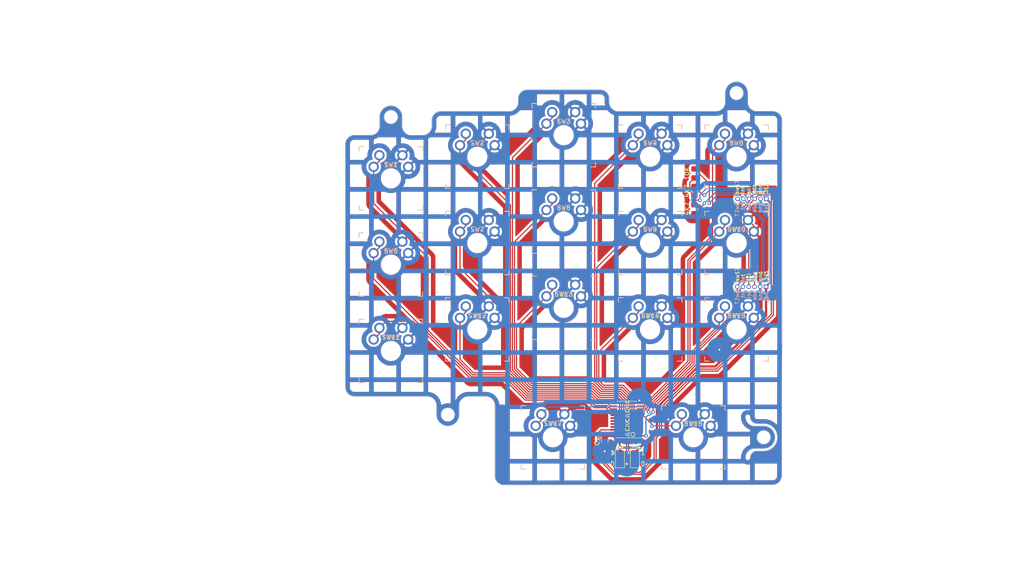
<source format=kicad_pcb>
(kicad_pcb (version 20221018) (generator pcbnew)
  (layers (0 "F.Cu" signal) (31 "B.Cu" signal) (34 "B.Paste" user) (35 "F.Paste" user) (36 "B.SilkS" user "B.Silkscreen") (37 "F.SilkS" user "F.Silkscreen") (38 "B.Mask" user) (39 "F.Mask" user) (44 "Edge.Cuts" user))
  (net 0 "")
  (net 1 "+3V3")
  (net 2 "GND")
  (net 3 "SDA")
  (net 4 "SCL")
  (net 5 "INT")
  (net 6 "SW17")
  (net 7 "ADDR0")
  (net 8 "ADDR1")
  (net 9 "SW1")
  (net 10 "SW2")
  (net 11 "SW3")
  (net 12 "SW4")
  (net 13 "SW5")
  (net 14 "SW6")
  (net 15 "SW7")
  (net 16 "SW8")
  (net 17 "SW9")
  (net 18 "SW10")
  (net 19 "SW11")
  (net 20 "SW12")
  (net 21 "SW13")
  (net 22 "SW14")
  (net 23 "SW15")
  (net 24 "SW16")
  (footprint "Resistor_SMD:R_0805_2012Metric_Pad1.20x1.40mm_HandSolder" (layer "F.Cu") (at 183.2 74.2 90)
    (fp_text reference "R2" hide)
    (fp_text value "4K7")
  )
  (footprint "keyswitches:SW_MX_reversible_minimal" (layer "F.Cu") (at 152.0088 124.5275)
    (fp_text reference "SW17")
    (fp_text value "SW_SPST")
  )
  (footprint "keyswitches:SW_MX_reversible_minimal" (layer "F.Cu") (at 192.49 100.715)
    (fp_text reference "SW15")
    (fp_text value "SW_SPST")
  )
  (footprint "keyswitches:SW_MX_reversible_minimal" (layer "F.Cu") (at 116.29 67.3775)
    (fp_text reference "SW1")
    (fp_text value "SW_SPST")
  )
  (footprint "Jumper:SolderJumper-3_P1.3mm_Open_Pad1.0x1.5mm" (layer "F.Cu") (at 166.79 129.2 -90)
    (fp_text reference "JP1" hide)
    (fp_text value "Jumper_3_Open" hide)
  )
  (footprint "keyswitches:SW_MX_reversible_minimal" (layer "F.Cu") (at 135.34 81.665)
    (fp_text reference "SW7")
    (fp_text value "SW_SPST")
  )
  (footprint "Package_SO:TSSOP-24_4.4x7.8mm_P0.65mm" (layer "F.Cu") (at 168.29 120.615 180)
    (fp_text reference "U1" hide)
    (fp_text value "TCA9555PWR")
  )
  (footprint "Resistor_SMD:R_0805_2012Metric_Pad1.20x1.40mm_HandSolder" (layer "F.Cu") (at 183.22 66.3 -90)
    (fp_text reference "R3" hide)
    (fp_text value "10K")
  )
  (footprint "keyswitches:SW_MX_reversible_minimal" (layer "F.Cu") (at 173.44 62.615)
    (fp_text reference "SW4")
    (fp_text value "SW_SPST")
  )
  (footprint "keyswitches:SW_MX_reversible_minimal" (layer "F.Cu") (at 135.34 100.715)
    (fp_text reference "SW12")
    (fp_text value "SW_SPST")
  )
  (footprint "Connector_PinHeader_1.27mm:PinHeader_1x06_P1.27mm_Vertical" (layer "F.Cu") (at 199 91.3 -90)
    (fp_text reference "J1" hide)
    (fp_text value "Conn_01x06_Pin")
  )
  (footprint "keyswitches:SW_MX_reversible_minimal" (layer "F.Cu") (at 154.39 76.9025)
    (fp_text reference "SW8")
    (fp_text value "SW_SPST")
  )
  (footprint "Jumper:SolderJumper-3_P1.3mm_Open_Pad1.0x1.5mm" (layer "F.Cu") (at 170.09 129.2 -90)
    (fp_text reference "JP2" hide)
    (fp_text value "Jumper_3_Open" hide)
  )
  (footprint "Capacitor_SMD:C_0805_2012Metric_Pad1.18x1.45mm_HandSolder" (layer "F.Cu") (at 163.42 125.4 90)
    (fp_text reference "C1")
    (fp_text value "0.1u")
  )
  (footprint "Connector_PinHeader_1.27mm:PinHeader_1x06_P1.27mm_Vertical" (layer "F.Cu") (at 199.07 71.9 -90)
    (fp_text reference "J2" hide)
    (fp_text value "Conn_01x06_Pin")
  )
  (footprint "Resistor_SMD:R_0805_2012Metric_Pad1.20x1.40mm_HandSolder" (layer "F.Cu") (at 183.2 70.2 -90)
    (fp_text reference "R1" hide)
    (fp_text value "4K7")
  )
  (footprint "keyswitches:SW_MX_reversible_minimal" (layer "F.Cu") (at 154.39 57.8525)
    (fp_text reference "SW3")
    (fp_text value "SW_SPST")
  )
  (footprint "keyswitches:SW_MX_reversible_minimal" (layer "F.Cu") (at 116.29 105.4775)
    (fp_text reference "SW11")
    (fp_text value "SW_SPST")
  )
  (footprint "keyswitches:SW_MX_reversible_minimal" (layer "F.Cu") (at 116.29 86.4275)
    (fp_text reference "SW6")
    (fp_text value "SW_SPST")
  )
  (footprint "keyswitches:SW_MX_reversible_minimal" (layer "F.Cu") (at 173.44 81.665)
    (fp_text reference "SW9")
    (fp_text value "SW_SPST")
  )
  (footprint "keyswitches:SW_MX_reversible_minimal" (layer "F.Cu") (at 173.44 100.715)
    (fp_text reference "SW14")
    (fp_text value "SW_SPST")
  )
  (footprint "keyswitches:SW_MX_reversible_minimal" (layer "F.Cu") (at 182.965 124.5275)
    (fp_text reference "SW16")
    (fp_text value "SW_SPST")
  )
  (footprint "keyswitches:SW_MX_reversible_minimal" (layer "F.Cu") (at 135.34 62.615)
    (fp_text reference "SW2")
    (fp_text value "SW_SPST")
  )
  (footprint "keyswitches:SW_MX_reversible_minimal" (layer "F.Cu") (at 154.39 95.9525)
    (fp_text reference "SW13")
    (fp_text value "SW_SPST")
  )
  (footprint "keyswitches:SW_MX_reversible_minimal" (layer "F.Cu") (at 192.49 62.615)
    (fp_text reference "SW5")
    (fp_text value "SW_SPST")
  )
  (footprint "keyswitches:SW_MX_reversible_minimal" (layer "F.Cu") (at 192.49 81.665)
    (fp_text reference "SW10")
    (fp_text value "SW_SPST")
  )
  (gr_circle (center 169.642787 123.9) (end 170.042787 124.1) (stroke (width 0.15)) (fill none) (layer "F.SilkS"))
  (gr_arc (start 124.34 115.5275) (mid 125.754214 116.113286) (end 126.34 117.5275) (stroke (width 0.1)) (layer "Edge.Cuts"))
  (gr_line (start 113.79 53.8525) (end 113.79 55.8525) (stroke (width 0.1)) (layer "Edge.Cuts"))
  (gr_arc (start 106.240244 59.883746) (mid 106.814782 58.449377) (end 108.24 57.8525) (stroke (width 0.1)) (layer "Edge.Cuts"))
  (gr_line (start 144.34 50.565) (end 144.34 49.8025) (stroke (width 0.15)) (layer "Edge.Cuts"))
  (gr_arc (start 144.34 50.565) (mid 143.754214 51.979214) (end 142.34 52.565) (stroke (width 0.15)) (layer "Edge.Cuts"))
  (gr_arc (start 125.29 54.565) (mid 125.875786 53.150786) (end 127.29 52.565) (stroke (width 0.15)) (layer "Edge.Cuts"))
  (gr_arc (start 166.44 52.565) (mid 165.025786 51.979214) (end 164.44 50.565) (stroke (width 0.15)) (layer "Edge.Cuts"))
  (gr_arc (start 189.99 48.565) (mid 192.49 46.065) (end 194.99 48.565) (stroke (width 0.1)) (layer "Edge.Cuts"))
  (gr_line (start 202.54 103.9775) (end 202.54 54.565) (stroke (width 0.15)) (layer "Edge.Cuts"))
  (gr_arc (start 194.49 129.0275) (mid 195.075786 127.613286) (end 196.49 127.0275) (stroke (width 0.1)) (layer "Edge.Cuts"))
  (gr_circle (center 192.49 48.565) (end 193.99 48.565) (stroke (width 0.1)) (fill none) (layer "Edge.Cuts"))
  (gr_arc (start 196.49 122.0275) (mid 195.075786 121.441714) (end 194.49 120.0275) (stroke (width 0.1)) (layer "Edge.Cuts"))
  (gr_arc (start 137.19625 115.5275) (mid 138.610431 116.113304) (end 139.19625 117.5275) (stroke (width 0.15)) (layer "Edge.Cuts"))
  (gr_arc (start 162.44 47.8025) (mid 163.854214 48.388286) (end 164.44 49.8025) (stroke (width 0.15)) (layer "Edge.Cuts"))
  (gr_line (start 106.24 113.5275) (end 106.24 59.88375) (stroke (width 0.15)) (layer "Edge.Cuts"))
  (gr_arc (start 189.99 50.565) (mid 189.404214 51.979214) (end 187.99 52.565) (stroke (width 0.1)) (layer "Edge.Cuts"))
  (gr_circle (center 198.49 124.5275) (end 198.49 126.0275) (stroke (width 0.1)) (fill none) (layer "Edge.Cuts"))
  (gr_line (start 118.79 55.8525) (end 118.79 53.8525) (stroke (width 0.1)) (layer "Edge.Cuts"))
  (gr_arc (start 196.99 121.5275) (mid 195.92934 121.08816) (end 195.49 120.0275) (stroke (width 0.1)) (layer "Edge.Cuts"))
  (gr_line (start 196.99 52.565) (end 200.54 52.565) (stroke (width 0.1)) (layer "Edge.Cuts"))
  (gr_line (start 126.34 117.5275) (end 126.34 119.5275) (stroke (width 0.1)) (layer "Edge.Cuts"))
  (gr_line (start 120.79 57.8525) (end 123.29 57.8275) (stroke (width 0.1)) (layer "Edge.Cuts"))
  (gr_arc (start 125.29 55.8275) (mid 124.704214 57.241714) (end 123.29 57.8275) (stroke (width 0.15)) (layer "Edge.Cuts"))
  (gr_arc (start 198.49 121.5275) (mid 200.61132 122.40618) (end 201.49 124.5275) (stroke (width 0.1)) (layer "Edge.Cuts"))
  (gr_arc (start 200.54 52.565) (mid 201.954214 53.150786) (end 202.54 54.565) (stroke (width 0.15)) (layer "Edge.Cuts"))
  (gr_arc (start 144.34 49.8025) (mid 144.925786 48.388286) (end 146.34 47.8025) (stroke (width 0.15)) (layer "Edge.Cuts"))
  (gr_circle (center 116.29 53.8525) (end 117.79 53.8525) (stroke (width 0.1)) (fill none) (layer "Edge.Cuts"))
  (gr_line (start 202.465 133.0275) (end 202.465 114.5275) (stroke (width 0.05)) (layer "Edge.Cuts"))
  (gr_line (start 194.99 50.565) (end 194.99 48.565) (stroke (width 0.1)) (layer "Edge.Cuts"))
  (gr_line (start 127.29 52.565) (end 142.34 52.565) (stroke (width 0.15)) (layer "Edge.Cuts"))
  (gr_arc (start 195.49 129.0275) (mid 194.99 129.5275) (end 194.49 129.0275) (stroke (width 0.1)) (layer "Edge.Cuts"))
  (gr_line (start 125.29 55.8275) (end 125.29 55.3275) (stroke (width 0.1)) (layer "Edge.Cuts"))
  (gr_arc (start 113.79 55.8525) (mid 113.204214 57.266714) (end 111.79 57.8525) (stroke (width 0.1)) (layer "Edge.Cuts"))
  (gr_arc (start 131.34 117.5275) (mid 131.925786 116.113286) (end 133.34 115.5275) (stroke (width 0.1)) (layer "Edge.Cuts"))
  (gr_line (start 196.49 127.0275) (end 198.49 127.0275) (stroke (width 0.1)) (layer "Edge.Cuts"))
  (gr_arc (start 201.49 124.5275) (mid 200.61132 126.64882) (end 198.49 127.5275) (stroke (width 0.1)) (layer "Edge.Cuts"))
  (gr_line (start 198.49 122.0275) (end 196.49 122.0275) (stroke (width 0.1)) (layer "Edge.Cuts"))
  (gr_arc (start 198.49 122.0275) (mid 200.99 124.5275) (end 198.49 127.0275) (stroke (width 0.1)) (layer "Edge.Cuts"))
  (gr_line (start 141.19625 135.0775) (end 200.465 135.0275) (stroke (width 0.15)) (layer "Edge.Cuts"))
  (gr_arc (start 202.465 133.0275) (mid 201.879214 134.441714) (end 200.465 135.0275) (stroke (width 0.15)) (layer "Edge.Cuts"))
  (gr_line (start 196.99 127.5275) (end 198.49 127.5275) (stroke (width 0.1)) (layer "Edge.Cuts"))
  (gr_line (start 202.54 103.9775) (end 202.465 114.5275) (stroke (width 0.05)) (layer "Edge.Cuts"))
  (gr_arc (start 195.49 129.0275) (mid 195.92934 127.96684) (end 196.99 127.5275) (stroke (width 0.1)) (layer "Edge.Cuts"))
  (gr_line (start 125.29 55.3275) (end 125.29 54.565) (stroke (width 0.15)) (layer "Edge.Cuts"))
  (gr_arc (start 120.79 57.8525) (mid 119.375786 57.266714) (end 118.79 55.8525) (stroke (width 0.1)) (layer "Edge.Cuts"))
  (gr_line (start 139.19625 133.0775) (end 139.19625 117.5275) (stroke (width 0.15)) (layer "Edge.Cuts"))
  (gr_line (start 164.44 49.8025) (end 164.44 50.565) (stroke (width 0.15)) (layer "Edge.Cuts"))
  (gr_line (start 189.99 48.565) (end 189.99 50.565) (stroke (width 0.1)) (layer "Edge.Cuts"))
  (gr_line (start 166.44 52.565) (end 187.99 52.565) (stroke (width 0.15)) (layer "Edge.Cuts"))
  (gr_line (start 146.34 47.8025) (end 162.44 47.8025) (stroke (width 0.15)) (layer "Edge.Cuts"))
  (gr_circle (center 128.84 119.5275) (end 127.34 119.5275) (stroke (width 0.1)) (fill none) (layer "Edge.Cuts"))
  (gr_arc (start 113.79 53.8525) (mid 116.29 51.3525) (end 118.79 53.8525) (stroke (width 0.1)) (layer "Edge.Cuts"))
  (gr_line (start 111.79 57.8525) (end 108.24 57.8525) (stroke (width 0.1)) (layer "Edge.Cuts"))
  (gr_line (start 198.49 121.5275) (end 196.99 121.5275) (stroke (width 0.1)) (layer "Edge.Cuts"))
  (gr_arc (start 194.49 120.0275) (mid 194.99 119.5275) (end 195.49 120.0275) (stroke (width 0.1)) (layer "Edge.Cuts"))
  (gr_line (start 131.34 119.5275) (end 131.34 117.5275) (stroke (width 0.1)) (layer "Edge.Cuts"))
  (gr_arc (start 141.19625 135.0775) (mid 139.782039 134.491725) (end 139.19625 133.0775) (stroke (width 0.15)) (layer "Edge.Cuts"))
  (gr_line (start 133.34 115.5275) (end 137.19625 115.5275) (stroke (width 0.15)) (layer "Edge.Cuts"))
  (gr_arc (start 196.99 52.565) (mid 195.575786 51.979214) (end 194.99 50.565) (stroke (width 0.1)) (layer "Edge.Cuts"))
  (gr_arc (start 108.24 115.5275) (mid 106.825786 114.941714) (end 106.24 113.5275) (stroke (width 0.15)) (layer "Edge.Cuts"))
  (gr_arc (start 131.34 119.5275) (mid 128.84 122.0275) (end 126.34 119.5275) (stroke (width 0.1)) (layer "Edge.Cuts"))
  (gr_line (start 108.24 115.5275) (end 124.34 115.5275) (stroke (width 0.15)) (layer "Edge.Cuts"))
  (gr_text "sda" (at 196.9 72.7 90) (layer "B.SilkS") (effects (font (size 0.8 0.8)) (justify left bottom mirror)))
  (gr_text "3v3" (at 199.5 92.2 90) (layer "B.SilkS") (effects (font (size 0.8 0.8)) (justify left bottom mirror)))
  (gr_text "sw17" (at 193.1 92.1 90) (layer "B.SilkS") (effects (font (size 0.8 0.8)) (justify left bottom mirror)))
  (gr_text "gnd" (at 198.18 72.7 90) (layer "B.SilkS") (effects (font (size 0.8 0.8)) (justify left bottom mirror)))
  (gr_text "sw17" (at 193.06 72.7 90) (layer "B.SilkS") (effects (font (size 0.8 0.8)) (justify left bottom mirror)))
  (gr_text "3v3" (at 199.46 72.8 90) (layer "B.SilkS") (effects (font (size 0.8 0.8)) (justify left bottom mirror)))
  (gr_text "int" (at 194.38 92.1 90) (layer "B.SilkS") (effects (font (size 0.8 0.8)) (justify left bottom mirror)))
  (gr_text "int" (at 194.34 72.7 90) (layer "B.SilkS") (effects (font (size 0.8 0.8)) (justify left bottom mirror)))
  (gr_text "sda" (at 196.94 92.1 90) (layer "B.SilkS") (effects (font (size 0.8 0.8)) (justify left bottom mirror)))
  (gr_text "scl" (at 195.62 72.7 90) (layer "B.SilkS") (effects (font (size 0.8 0.8)) (justify left bottom mirror)))
  (gr_text "scl" (at 195.66 92.1 90) (layer "B.SilkS") (effects (font (size 0.8 0.8)) (justify left bottom mirror)))
  (gr_text "gnd" (at 198.22 92.1 90) (layer "B.SilkS") (effects (font (size 0.8 0.8)) (justify left bottom mirror)))
  (gr_text "sda" (at 196.96 90.19 90) (layer "F.SilkS") (effects (font (size 0.8 0.8)) (justify left bottom)))
  (gr_text "gnd" (at 198.24 90.19 90) (layer "F.SilkS") (effects (font (size 0.8 0.8)) (justify left bottom)))
  (gr_text "int" (at 194.4 90.19 90) (layer "F.SilkS") (effects (font (size 0.8 0.8)) (justify left bottom)))
  (gr_text "1" (at 164.553509 128.505022) (layer "F.SilkS") (effects (font (size 1 1)) (justify left bottom)))
  (gr_text "JLCJLCJLCJLC" (at 168.92 124.6 90) (layer "F.SilkS") (effects (font (size 0.8 0.8)) (justify left bottom)))
  (gr_text "1" (at 171.29 128.5) (layer "F.SilkS") (effects (font (size 1 1)) (justify left bottom)))
  (gr_text "scl" (at 195.68 90.19 90) (layer "F.SilkS") (effects (font (size 0.8 0.8)) (justify left bottom)))
  (gr_text "sw17" (at 193.12 90.19 90) (layer "F.SilkS") (effects (font (size 0.8 0.8)) (justify left bottom)))
  (gr_text "int" (at 194.33 70.89 90) (layer "F.SilkS") (effects (font (size 0.8 0.8)) (justify left bottom)))
  (gr_text "sw17" (at 193.05 70.89 90) (layer "F.SilkS") (effects (font (size 0.8 0.8)) (justify left bottom)))
  (gr_text "3v3" (at 199.45 70.79 90) (layer "F.SilkS") (effects (font (size 0.8 0.8)) (justify left bottom)))
  (gr_text "3v3" (at 199.52 90.09 90) (layer "F.SilkS") (effects (font (size 0.8 0.8)) (justify left bottom)))
  (gr_text "A0" (at 165.79 127) (layer "F.SilkS") (effects (font (size 1 1)) (justify left bottom)))
  (gr_text "0" (at 171.29 131) (layer "F.SilkS") (effects (font (size 1 1)) (justify left bottom)))
  (gr_text "0" (at 164.553509 131.005022) (layer "F.SilkS") (effects (font (size 1 1)) (justify left bottom)))
  (gr_text "gnd" (at 198.17 70.89 90) (layer "F.SilkS") (effects (font (size 0.8 0.8)) (justify left bottom)))
  (gr_text "scl" (at 195.61 70.89 90) (layer "F.SilkS") (effects (font (size 0.8 0.8)) (justify left bottom)))
  (gr_text "sda" (at 196.89 70.89 90) (layer "F.SilkS") (effects (font (size 0.8 0.8)) (justify left bottom)))
  (gr_text "A1" (at 169.29 127) (layer "F.SilkS") (effects (font (size 1 1)) (justify left bottom)))
  (segment (start 166.79 127.9) (end 166.82 127.87) (width 0.5) (layer "F.Cu") (net 1))
  (segment (start 178.42 114.5) (end 174.949382 117.970618) (width 0.5) (layer "F.Cu") (net 1))
  (segment (start 183.2 73.2) (end 183.2 72.1) (width 0.75) (layer "F.Cu") (net 1))
  (segment (start 170.09 127.83) (end 170.09 127.9) (width 0.25) (layer "F.Cu") (net 1))
  (segment (start 166.82 127.87) (end 166.82 125.741327) (width 0.5) (layer "F.Cu") (net 1))
  (segment (start 184.4 72.2) (end 183.3 72.2) (width 0.25) (layer "F.Cu") (net 1))
  (segment (start 166.8375 126.7825) (end 166.82 126.8) (width 0.25) (layer "F.Cu") (net 1))
  (segment (start 183.3 72.2) (end 183.2 72.1) (width 0.25) (layer "F.Cu") (net 1))
  (segment (start 184.017005 108.9) (end 178.42 114.497005) (width 0.5) (layer "F.Cu") (net 1))
  (segment (start 174.949382 117.970618) (end 174.949382 123.040618) (width 0.5) (layer "F.Cu") (net 1))
  (segment (start 199 91.3) (end 199 97.731907) (width 0.5) (layer "F.Cu") (net 1))
  (segment (start 182.175 68.345) (end 182.175 70.175) (width 0.25) (layer "F.Cu") (net 1))
  (segment (start 182.175 70.175) (end 183.2 71.2) (width 0.25) (layer "F.Cu") (net 1))
  (segment (start 178.42 114.497005) (end 178.42 114.5) (width 0.5) (layer "F.Cu") (net 1))
  (segment (start 171.12 126.8) (end 170.09 127.83) (width 0.25) (layer "F.Cu") (net 1))
  (segment (start 174.949382 123.040618) (end 170.09 127.9) (width 0.5) (layer "F.Cu") (net 1))
  (segment (start 163.42 124.3625) (end 165.255 124.3625) (width 0.25) (layer "F.Cu") (net 1))
  (segment (start 166.82 125.741327) (end 165.47084 124.392167) (width 0.5) (layer "F.Cu") (net 1))
  (segment (start 187.831907 108.9) (end 184.017005 108.9) (width 0.5) (layer "F.Cu") (net 1))
  (segment (start 183.2 72.1) (end 183.2 71.2) (width 0.75) (layer "F.Cu") (net 1))
  (segment (start 183.22 67.3) (end 182.175 68.345) (width 0.25) (layer "F.Cu") (net 1))
  (segment (start 199 97.731907) (end 187.831907 108.9) (width 0.5) (layer "F.Cu") (net 1))
  (via (at 199 91.3) (size 0.8) (drill 0.4) (layers "F.Cu" "B.Cu") (net 1))
  (via (at 166.82 126.8) (size 0.8) (drill 0.4) (layers "F.Cu" "B.Cu") (net 1))
  (via (at 171.12 126.8) (size 0.8) (drill 0.4) (layers "F.Cu" "B.Cu") (net 1))
  (via (at 184.4 72.2) (size 0.8) (drill 0.4) (layers "F.Cu" "B.Cu") (net 1))
  (segment (start 200 72.83) (end 200 90.3) (width 0.5) (layer "B.Cu") (net 1))
  (segment (start 184.4 71.074695) (end 184.4 72.2) (width 0.25) (layer "B.Cu") (net 1))
  (segment (start 185.874695 69.6) (end 184.4 71.074695) (width 0.25) (layer "B.Cu") (net 1))
  (segment (start 200 90.3) (end 199 91.3) (width 0.5) (layer "B.Cu") (net 1))
  (segment (start 199.07 71.9) (end 200 72.83) (width 0.5) (layer "B.Cu") (net 1))
  (segment (start 195 69.6) (end 185.874695 69.6) (width 0.25) (layer "B.Cu") (net 1))
  (segment (start 196.3 70.9) (end 195 69.6) (width 0.25) (layer "B.Cu") (net 1))
  (segment (start 198.07 70.9) (end 196.3 70.9) (width 0.25) (layer "B.Cu") (net 1))
  (segment (start 171.12 126.8) (end 166.82 126.8) (width 0.5) (layer "B.Cu") (net 1))
  (segment (start 199.07 71.9) (end 198.07 70.9) (width 0.25) (layer "B.Cu") (net 1))
  (segment (start 195.03 76.585) (end 197.8 73.815) (width 0.25) (layer "F.Cu") (net 2))
  (segment (start 171.1525 117.04) (end 171.1525 116.4625) (width 0.25) (layer "F.Cu") (net 2))
  (segment (start 168.29 130.4) (end 169.99 130.4) (width 0.25) (layer "F.Cu") (net 2))
  (segment (start 168.19 130.5) (end 168.29 130.4) (width 0.25) (layer "F.Cu") (net 2))
  (segment (start 197.73 91.3) (end 197.73 80.555) (width 0.25) (layer "F.Cu") (net 2))
  (segment (start 170.09 122.516041) (end 170.09 122.502437) (width 0.25) (layer "F.Cu") (net 2))
  (segment (start 195.03 76.585) (end 196.3 77.855) (width 0.25) (layer "F.Cu") (net 2))
  (segment (start 163.42 126.4375) (end 163.42 127.6) (width 0.25) (layer "F.Cu") (net 2))
  (segment (start 197.73 80.555) (end 196.3 79.125) (width 0.25) (layer "F.Cu") (net 2))
  (segment (start 171.1525 116.4625) (end 171.09 116.4) (width 0.25) (layer "F.Cu") (net 2))
  (segment (start 197.8 73.815) (end 197.8 71.9) (width 0.25) (layer "F.Cu") (net 2))
  (segment (start 196.3 77.855) (end 196.3 79.125) (width 0.25) (layer "F.Cu") (net 2))
  (segment (start 168.698152 121.110589) (end 168.30995 121.110589) (width 0.25) (layer "F.Cu") (net 2))
  (segment (start 169.99 130.4) (end 170.09 130.5) (width 0.25) (layer "F.Cu") (net 2))
  (segment (start 170.09 122.502437) (end 168.698152 121.110589) (width 0.25) (layer "F.Cu") (net 2))
  (segment (start 166.79 130.5) (end 168.19 130.5) (width 0.25) (layer "F.Cu") (net 2))
  (segment (start 170.463959 122.89) (end 170.09 122.516041) (width 0.25) (layer "F.Cu") (net 2))
  (segment (start 171.1525 122.89) (end 170.463959 122.89) (width 0.25) (layer "F.Cu") (net 2))
  (via (at 171.09 116.4) (size 0.8) (drill 0.4) (layers "F.Cu" "B.Cu") (net 2))
  (via (at 168.29 130.4) (size 0.8) (drill 0.4) (layers "F.Cu" "B.Cu") (net 2))
  (via (at 168.29 130.4) (size 0.8) (drill 0.4) (layers "F.Cu" "B.Cu") (net 2))
  (via (at 163.42 127.6) (size 0.8) (drill 0.4) (layers "F.Cu" "B.Cu") (net 2))
  (via (at 168.30995 121.110589) (size 0.8) (drill 0.4) (layers "F.Cu" "B.Cu") (net 2))
  (via (at 177.42 120.6) (size 0.8) (drill 0.4) (layers "F.Cu" "B.Cu") (net 2))
  (via (at 188.72 105.2) (size 0.8) (drill 0.4) (layers "F.Cu" "B.Cu") (net 2))
  (segment (start 175.524382 123.27879) (end 174.32 124.483172) (width 0.25) (layer "F.Cu") (net 3))
  (segment (start 178.995 114.738173) (end 175.524382 118.20879) (width 0.25) (layer "F.Cu") (net 3))
  (segment (start 178.995 114.735177) (end 178.995 114.738173) (width 0.25) (layer "F.Cu") (net 3))
  (segment (start 188.070079 109.475) (end 184.255177 109.475) (width 0.25) (layer "F.Cu") (net 3))
  (segment (start 171.233604 132.25) (end 165.606396 132.25) (width 0.25) (layer "F.Cu") (net 3))
  (segment (start 162.37 129.013604) (end 162.37 123.786827) (width 0.25) (layer "F.Cu") (net 3))
  (segment (start 197.355 71.075) (end 200.17 71.075) (width 0.25) (layer "F.Cu") (net 3))
  (segment (start 184.255177 109.475) (end 178.995 114.735177) (width 0.25) (layer "F.Cu") (net 3))
  (segment (start 196.46 81.361066) (end 196.46 91.3) (width 0.25) (layer "F.Cu") (net 3))
  (segment (start 165.606396 132.25) (end 162.37 129.013604) (width 0.25) (layer "F.Cu") (net 3))
  (segment (start 196.53 71.9) (end 193.562 74.868) (width 0.25) (layer "F.Cu") (net 3))
  (segment (start 183.2 69.2) (end 185.1 71.1) (width 0.25) (layer "F.Cu") (net 3))
  (segment (start 193.562 77.242) (end 194.832 78.512) (width 0.25) (layer "F.Cu") (net 3))
  (segment (start 200.17 97.375079) (end 188.070079 109.475) (width 0.25) (layer "F.Cu") (net 3))
  (segment (start 194.832 79.733066) (end 196.46 81.361066) (width 0.25) (layer "F.Cu") (net 3))
  (segment (start 162.37 123.786827) (end 162.706827 123.45) (width 0.25) (layer "F.Cu") (net 3))
  (segment (start 174.32 124.483172) (end 174.32 129.163604) (width 0.25) (layer "F.Cu") (net 3))
  (segment (start 200.17 71.075) (end 200.17 97.375079) (width 0.25) (layer "F.Cu") (net 3))
  (segment (start 194.832 78.512) (end 194.832 79.733066) (width 0.25) (layer "F.Cu") (net 3))
  (segment (start 162.706827 123.45) (end 166.026041 123.45) (width 0.25) (layer "F.Cu") (net 3))
  (segment (start 175.524382 118.20879) (end 175.524382 123.27879) (width 0.25) (layer "F.Cu") (net 3))
  (segment (start 193.562 74.868) (end 193.562 77.242) (width 0.25) (layer "F.Cu") (net 3))
  (segment (start 174.32 129.163604) (end 171.233604 132.25) (width 0.25) (layer "F.Cu") (net 3))
  (segment (start 196.53 71.9) (end 197.355 71.075) (width 0.25) (layer "F.Cu") (net 3))
  (segment (start 185.1 71.1) (end 185.4 71.1) (width 0.25) (layer "F.Cu") (net 3))
  (via (at 185.4 71.1) (size 0.8) (drill 0.4) (layers "F.Cu" "B.Cu") (net 3))
  (segment (start 186.45 70.05) (end 194.62 70.05) (width 0.25) (layer "B.Cu") (net 3))
  (segment (start 185.4 71.1) (end 186.45 70.05) (width 0.25) (layer "B.Cu") (net 3))
  (segment (start 194.62 70.05) (end 196.5 71.93) (width 0.25) (layer "B.Cu") (net 3))
  (segment (start 196.53 71.9) (end 196.5 71.93) (width 0.25) (layer "B.Cu") (net 3))
  (segment (start 195.26 72.533604) (end 193.112 74.681604) (width 0.25) (layer "F.Cu") (net 4))
  (segment (start 175.974382 123.465186) (end 174.77 124.669568) (width 0.25) (layer "F.Cu") (net 4))
  (segment (start 185.4 73) (end 185.4 72.9) (width 0.25) (layer "F.Cu") (net 4))
  (segment (start 161.92 123.600431) (end 162.630431 122.89) (width 0.25) (layer "F.Cu") (net 4))
  (segment (start 179.445 114.924569) (end 175.974382 118.395187) (width 0.25) (layer "F.Cu") (net 4))
  (segment (start 195.26 71.9) (end 195.26 72.533604) (width 0.25) (layer "F.Cu") (net 4))
  (segment (start 183.2 75.2) (end 185.4 73) (width 0.25) (layer "F.Cu") (net 4))
  (segment (start 175.974382 118.395187) (end 175.974382 123.465186) (width 0.25) (layer "F.Cu") (net 4))
  (segment (start 188.256475 109.925) (end 184.441573 109.925) (width 0.25) (layer "F.Cu") (net 4))
  (segment (start 165.42 132.7) (end 161.92 129.2) (width 0.25) (layer "F.Cu") (net 4))
  (segment (start 184.441573 109.925) (end 179.445 114.921573) (width 0.25) (layer "F.Cu") (net 4))
  (segment (start 193.112 74.681604) (end 193.112 77.428396) (width 0.25) (layer "F.Cu") (net 4))
  (segment (start 200.62 97.561475) (end 188.256475 109.925) (width 0.25) (layer "F.Cu") (net 4))
  (segment (start 161.92 129.2) (end 161.92 123.600431) (width 0.25) (layer "F.Cu") (net 4))
  (segment (start 179.445 114.921573) (end 179.445 114.924569) (width 0.25) (layer "F.Cu") (net 4))
  (segment (start 194.382 78.698396) (end 194.382 79.919462) (width 0.25) (layer "F.Cu") (net 4))
  (segment (start 200.62 70.6) (end 200.62 97.561475) (width 0.25) (layer "F.Cu") (net 4))
  (segment (start 174.77 124.669568) (end 174.77 129.35) (width 0.25) (layer "F.Cu") (net 4))
  (segment (start 195.26 71.9) (end 196.56 70.6) (width 0.25) (layer "F.Cu") (net 4))
  (segment (start 193.112 77.428396) (end 194.382 78.698396) (width 0.25) (layer "F.Cu") (net 4))
  (segment (start 195.19 80.727462) (end 195.19 91.3) (width 0.25) (layer "F.Cu") (net 4))
  (segment (start 196.56 70.6) (end 200.62 70.6) (width 0.25) (layer "F.Cu") (net 4))
  (segment (start 162.630431 122.89) (end 165.4275 122.89) (width 0.25) (layer "F.Cu") (net 4))
  (segment (start 194.382 79.919462) (end 195.19 80.727462) (width 0.25) (layer "F.Cu") (net 4))
  (segment (start 171.42 132.7) (end 165.42 132.7) (width 0.25) (layer "F.Cu") (net 4))
  (segment (start 174.77 129.35) (end 171.42 132.7) (width 0.25) (layer "F.Cu") (net 4))
  (via (at 185.4 72.9) (size 0.8) (drill 0.4) (layers "F.Cu" "B.Cu") (net 4))
  (segment (start 193.881727 70.625) (end 187.675 70.625) (width 0.25) (layer "B.Cu") (net 4))
  (segment (start 195.156727 71.9) (end 193.881727 70.625) (width 0.25) (layer "B.Cu") (net 4))
  (segment (start 187.675 70.625) (end 185.4 72.9) (width 0.25) (layer "B.Cu") (net 4))
  (segment (start 195.26 71.9) (end 195.156727 71.9) (width 0.25) (layer "B.Cu") (net 4))
  (segment (start 193.1 96.467462) (end 193.1 92.12) (width 0.25) (layer "F.Cu") (net 5))
  (segment (start 174.099382 118.004451) (end 183.59 108.513833) (width 0.25) (layer "F.Cu") (net 5))
  (segment (start 183.59 105.977462) (end 193.1 96.467462) (width 0.25) (layer "F.Cu") (net 5))
  (segment (start 183.59 108.513833) (end 183.59 105.977462) (width 0.25) (layer "F.Cu") (net 5))
  (segment (start 172.52 124.2) (end 171.1625 124.2) (width 0.25) (layer "F.Cu") (net 5))
  (segment (start 186.4875 72.837098) (end 186.4875 68.5675) (width 0.25) (layer "F.Cu") (net 5))
  (segment (start 171.1625 124.2) (end 171.1525 124.19) (width 0.25) (layer "F.Cu") (net 5))
  (segment (start 174.099382 118.9155) (end 174.099382 118.004451) (width 0.25) (layer "F.Cu") (net 5))
  (segment (start 186.4875 68.5675) (end 183.22 65.3) (width 0.25) (layer "F.Cu") (net 5))
  (segment (start 193.1 92.12) (end 193.92 91.3) (width 0.25) (layer "F.Cu") (net 5))
  (via (at 174.099382 118.9155) (size 0.8) (drill 0.4) (layers "F.Cu" "B.Cu") (net 5))
  (via (at 186.4875 72.837098) (size 0.8) (drill 0.4) (layers "F.Cu" "B.Cu") (net 5))
  (via (at 172.52 124.2) (size 0.8) (drill 0.4) (layers "F.Cu" "B.Cu") (net 5))
  (segment (start 198.525 76.425) (end 198.525 87.962208) (width 0.25) (layer "B.Cu") (net 5))
  (segment (start 173.825 119.189882) (end 173.825 119.200305) (width 0.25) (layer "B.Cu") (net 5))
  (segment (start 196.462208 90.025) (end 194.575 90.025) (width 0.25) (layer "B.Cu") (net 5))
  (segment (start 194 71.9) (end 198.525 76.425) (width 0.25) (layer "B.Cu") (net 5))
  (segment (start 193.165 71.075) (end 188.249598 71.075) (width 0.25) (layer "B.Cu") (net 5))
  (segment (start 193.99 71.9) (end 193.165 71.075) (width 0.25) (layer "B.Cu") (net 5))
  (segment (start 188.249598 71.075) (end 186.4875 72.837098) (width 0.25) (layer "B.Cu") (net 5))
  (segment (start 193.92 90.68) (end 193.92 91.3) (width 0.25) (layer "B.Cu") (net 5))
  (segment (start 198.525 87.962208) (end 196.462208 90.025) (width 0.25) (layer "B.Cu") (net 5))
  (segment (start 172.995 119.625) (end 172.52 120.1) (width 0.25) (layer "B.Cu") (net 5))
  (segment (start 172.52 120.1) (end 172.52 124.2) (width 0.25) (layer "B.Cu") (net 5))
  (segment (start 193.99 71.9) (end 194 71.9) (width 0.25) (layer "B.Cu") (net 5))
  (segment (start 173.400305 119.625) (end 172.995 119.625) (width 0.25) (layer "B.Cu") (net 5))
  (segment (start 174.099382 118.9155) (end 173.825 119.189882) (width 0.25) (layer "B.Cu") (net 5))
  (segment (start 194.575 90.025) (end 193.92 90.68) (width 0.25) (layer "B.Cu") (net 5))
  (segment (start 173.825 119.200305) (end 173.400305 119.625) (width 0.25) (layer "B.Cu") (net 5))
  (segment (start 173.1 118.367437) (end 173.1 118.9) (width 0.25) (layer "F.Cu") (net 6))
  (segment (start 183.14 105.791066) (end 183.14 108.327437) (width 0.25) (layer "F.Cu") (net 6))
  (segment (start 183.14 108.327437) (end 173.1 118.367437) (width 0.25) (layer "F.Cu") (net 6))
  (segment (start 192.65 96.281066) (end 183.14 105.791066) (width 0.25) (layer "F.Cu") (net 6))
  (segment (start 148.1988 121.9875) (end 149.4688 120.7175) (width 0.25) (layer "F.Cu") (net 6))
  (segment (start 149.4688 120.7175) (end 149.4688 119.4475) (width 0.25) (layer "F.Cu") (net 6))
  (segment (start 192.65 91.3) (end 192.65 96.281066) (width 0.25) (layer "F.Cu") (net 6))
  (via (at 173.1 118.9) (size 0.8) (drill 0.4) (layers "F.Cu" "B.Cu") (net 6))
  (segment (start 151.1163 117.8) (end 149.4688 119.4475) (width 0.25) (layer "B.Cu") (net 6))
  (segment (start 194.263604 72.8) (end 198.075 76.611396) (width 0.25) (layer "B.Cu") (net 6))
  (segment (start 194.125 89.575) (end 192.65 91.05) (width 0.25) (layer "B.Cu") (net 6))
  (segment (start 196.275812 89.575) (end 194.125 89.575) (width 0.25) (layer "B.Cu") (net 6))
  (segment (start 173.1 118.9) (end 172 117.8) (width 0.25) (layer "B.Cu") (net 6))
  (segment (start 192.72 71.9) (end 193.62 72.8) (width 0.25) (layer "B.Cu") (net 6))
  (segment (start 193.62 72.8) (end 194.263604 72.8) (width 0.25) (layer "B.Cu") (net 6))
  (segment (start 172 117.8) (end 151.1163 117.8) (width 0.25) (layer "B.Cu") (net 6))
  (segment (start 192.65 91.05) (end 192.65 91.3) (width 0.25) (layer "B.Cu") (net 6))
  (segment (start 198.075 87.775812) (end 196.275812 89.575) (width 0.25) (layer "B.Cu") (net 6))
  (segment (start 198.075 76.611396) (end 198.075 87.775812) (width 0.25) (layer "B.Cu") (net 6))
  (segment (start 168.25 125.03) (end 166.82 123.6) (width 0.25) (layer "F.Cu") (net 7))
  (segment (start 166.116041 122.24) (end 165.4275 122.24) (width 0.25) (layer "F.Cu") (net 7))
  (segment (start 166.82 123.6) (end 166.82 122.943959) (width 0.25) (layer "F.Cu") (net 7))
  (segment (start 166.79 129.2) (end 167.79 129.2) (width 0.25) (layer "F.Cu") (net 7))
  (segment (start 168.25 128.74) (end 168.25 125.03) (width 0.25) (layer "F.Cu") (net 7))
  (segment (start 166.82 122.943959) (end 166.116041 122.24) (width 0.25) (layer "F.Cu") (net 7))
  (segment (start 167.79 129.2) (end 168.25 128.74) (width 0.25) (layer "F.Cu") (net 7))
  (segment (start 168.7 125.02) (end 170.18 123.54) (width 0.25) (layer "F.Cu") (net 8))
  (segment (start 170.18 123.54) (end 171.1525 123.54) (width 0.25) (layer "F.Cu") (net 8))
  (segment (start 169.09 129.2) (end 168.7 128.81) (width 0.25) (layer "F.Cu") (net 8))
  (segment (start 168.7 128.81) (end 168.7 125.02) (width 0.25) (layer "F.Cu") (net 8))
  (segment (start 170.09 129.2) (end 169.09 129.2) (width 0.25) (layer "F.Cu") (net 8))
  (segment (start 141.603604 110.75) (end 146.253604 115.4) (width 0.25) (layer "F.Cu") (net 9))
  (segment (start 159.781624 115.4) (end 161.481624 117.1) (width 0.25) (layer "F.Cu") (net 9))
  (segment (start 134.303604 110.75) (end 141.603604 110.75) (width 0.25) (layer "F.Cu") (net 9))
  (segment (start 124.49 84.931434) (end 124.49 100.936396) (width 0.25) (layer "F.Cu") (net 9))
  (segment (start 112.48 72.921434) (end 124.49 84.931434) (width 0.25) (layer "F.Cu") (net 9))
  (segment (start 146.253604 115.4) (end 159.781624 115.4) (width 0.25) (layer "F.Cu") (net 9))
  (segment (start 112.48 64.8375) (end 113.75 63.5675) (width 0.25) (layer "F.Cu") (net 9))
  (segment (start 164.148959 117.1) (end 164.738959 117.69) (width 0.25) (layer "F.Cu") (net 9))
  (segment (start 113.75 63.5675) (end 113.75 62.2975) (width 0.25) (layer "F.Cu") (net 9))
  (segment (start 164.738959 117.69) (end 165.4275 117.69) (width 0.25) (layer "F.Cu") (net 9))
  (segment (start 161.481624 117.1) (end 164.148959 117.1) (width 0.25) (layer "F.Cu") (net 9))
  (segment (start 112.48 64.8375) (end 112.48 72.921434) (width 0.25) (layer "F.Cu") (net 9))
  (segment (start 124.49 100.936396) (end 134.303604 110.75) (width 0.25) (layer "F.Cu") (net 9))
  (segment (start 166.386396 115.75) (end 167.15 116.513604) (width 0.25) (layer "F.Cu") (net 10))
  (segment (start 160.340812 114.05) (end 162.040812 115.75) (width 0.25) (layer "F.Cu") (net 10))
  (segment (start 166.116041 120.29) (end 165.4275 120.29) (width 0.25) (layer "F.Cu") (net 10))
  (segment (start 132.8 58.805) (end 132.8 57.535) (width 0.25) (layer "F.Cu") (net 10))
  (segment (start 142.64 73.265131) (end 142.64 109.877208) (width 0.25) (layer "F.Cu") (net 10))
  (segment (start 131.53 62.155131) (end 142.64 73.265131) (width 0.25) (layer "F.Cu") (net 10))
  (segment (start 167.15 116.513604) (end 167.15 119.256041) (width 0.25) (layer "F.Cu") (net 10))
  (segment (start 131.53 60.075) (end 132.8 58.805) (width 0.25) (layer "F.Cu") (net 10))
  (segment (start 167.15 119.256041) (end 166.116041 120.29) (width 0.25) (layer "F.Cu") (net 10))
  (segment (start 142.64 109.877208) (end 146.812792 114.05) (width 0.25) (layer "F.Cu") (net 10))
  (segment (start 162.040812 115.75) (end 166.386396 115.75) (width 0.25) (layer "F.Cu") (net 10))
  (segment (start 131.53 60.075) (end 131.53 62.155131) (width 0.25) (layer "F.Cu") (net 10))
  (segment (start 146.812792 114.05) (end 160.340812 114.05) (width 0.25) (layer "F.Cu") (net 10))
  (segment (start 166.116041 120.94) (end 165.4275 120.94) (width 0.25) (layer "F.Cu") (net 11))
  (segment (start 160.527208 113.6) (end 162.227208 115.3) (width 0.25) (layer "F.Cu") (net 11))
  (segment (start 167.64 116.367208) (end 167.64 119.402437) (width 0.25) (layer "F.Cu") (net 11))
  (segment (start 162.227208 115.3) (end 166.572792 115.3) (width 0.25) (layer "F.Cu") (net 11))
  (segment (start 166.49 120.566041) (end 166.116041 120.94) (width 0.25) (layer "F.Cu") (net 11))
  (segment (start 167.64 119.402437) (end 166.49 120.552437) (width 0.25) (layer "F.Cu") (net 11))
  (segment (start 166.49 120.552437) (end 166.49 120.566041) (width 0.25) (layer "F.Cu") (net 11))
  (segment (start 143.09 109.690812) (end 146.999188 113.6) (width 0.25) (layer "F.Cu") (net 11))
  (segment (start 151.85 54.0425) (end 151.85 52.7725) (width 0.25) (layer "F.Cu") (net 11))
  (segment (start 150.58 55.3125) (end 151.85 54.0425) (width 0.25) (layer "F.Cu") (net 11))
  (segment (start 146.999188 113.6) (end 160.527208 113.6) (width 0.25) (layer "F.Cu") (net 11))
  (segment (start 150.58 55.3125) (end 143.09 62.8025) (width 0.25) (layer "F.Cu") (net 11))
  (segment (start 143.09 62.8025) (end 143.09 109.690812) (width 0.25) (layer "F.Cu") (net 11))
  (segment (start 166.572792 115.3) (end 167.64 116.367208) (width 0.25) (layer "F.Cu") (net 11))
  (segment (start 169.63 60.075) (end 170.9 58.805) (width 0.25) (layer "F.Cu") (net 12))
  (segment (start 162.84 113.95) (end 167.13198 113.95) (width 0.25) (layer "F.Cu") (net 12))
  (segment (start 169.63 60.075) (end 161.22 68.485) (width 0.25) (layer "F.Cu") (net 12))
  (segment (start 168.99 120.116041) (end 170.463959 121.59) (width 0.25) (layer "F.Cu") (net 12))
  (segment (start 161.22 68.485) (end 161.22 112.33) (width 0.25) (layer "F.Cu") (net 12))
  (segment (start 168.99 115.80802) (end 168.99 120.116041) (width 0.25) (layer "F.Cu") (net 12))
  (segment (start 170.463959 121.59) (end 171.1525 121.59) (width 0.25) (layer "F.Cu") (net 12))
  (segment (start 161.22 112.33) (end 162.84 113.95) (width 0.25) (layer "F.Cu") (net 12))
  (segment (start 170.9 58.805) (end 170.9 57.535) (width 0.25) (layer "F.Cu") (net 12))
  (segment (start 167.13198 113.95) (end 168.99 115.80802) (width 0.25) (layer "F.Cu") (net 12))
  (segment (start 188.68 60.075) (end 189.95 58.805) (width 0.25) (layer "F.Cu") (net 13))
  (segment (start 187.212 79.956604) (end 187.212 61.543) (width 0.25) (layer "F.Cu") (net 13))
  (segment (start 171.854645 117.69) (end 181.79 107.754645) (width 0.25) (layer "F.Cu") (net 13))
  (segment (start 181.79 107.754645) (end 181.79 85.378604) (width 0.25) (layer "F.Cu") (net 13))
  (segment (start 189.95 58.805) (end 189.95 57.535) (width 0.25) (layer "F.Cu") (net 13))
  (segment (start 171.1525 117.69) (end 171.854645 117.69) (width 0.25) (layer "F.Cu") (net 13))
  (segment (start 187.212 61.543) (end 188.68 60.075) (width 0.25) (layer "F.Cu") (net 13))
  (segment (start 181.79 85.378604) (end 187.212 79.956604) (width 0.25) (layer "F.Cu") (net 13))
  (segment (start 112.48 89.562792) (end 134.117208 111.2) (width 0.25) (layer "F.Cu") (net 14))
  (segment (start 134.117208 111.2) (end 141.417208 111.2) (width 0.25) (layer "F.Cu") (net 14))
  (segment (start 141.417208 111.2) (end 146.067208 115.85) (width 0.25) (layer "F.Cu") (net 14))
  (segment (start 161.295228 117.55) (end 163.948959 117.55) (width 0.25) (layer "F.Cu") (net 14))
  (segment (start 112.48 83.8875) (end 112.48 89.562792) (width 0.25) (layer "F.Cu") (net 14))
  (segment (start 159.595228 115.85) (end 161.295228 117.55) (width 0.25) (layer "F.Cu") (net 14))
  (segment (start 163.948959 117.55) (end 164.738959 118.34) (width 0.25) (layer "F.Cu") (net 14))
  (segment (start 146.067208 115.85) (end 159.595228 115.85) (width 0.25) (layer "F.Cu") (net 14))
  (segment (start 112.48 83.8875) (end 113.75 82.6175) (width 0.25) (layer "F.Cu") (net 14))
  (segment (start 164.738959 118.34) (end 165.4275 118.34) (width 0.25) (layer "F.Cu") (net 14))
  (segment (start 113.75 82.6175) (end 113.75 81.3475) (width 0.25) (layer "F.Cu") (net 14))
  (segment (start 161.854416 116.2) (end 166.2 116.2) (width 0.25) (layer "F.Cu") (net 15))
  (segment (start 160.154416 114.5) (end 161.854416 116.2) (width 0.25) (layer "F.Cu") (net 15))
  (segment (start 166.116041 119.64) (end 165.4275 119.64) (width 0.25) (layer "F.Cu") (net 15))
  (segment (start 166.7 119.056041) (end 166.116041 119.64) (width 0.25) (layer "F.Cu") (net 15))
  (segment (start 132.8 77.855) (end 132.8 76.585) (width 0.25) (layer "F.Cu") (net 15))
  (segment (start 131.53 79.125) (end 131.53 87.208934) (width 0.25) (layer "F.Cu") (net 15))
  (segment (start 131.53 87.208934) (end 142.19 97.868934) (width 0.25) (layer "F.Cu") (net 15))
  (segment (start 166.2 116.2) (end 166.7 116.7) (width 0.25) (layer "F.Cu") (net 15))
  (segment (start 166.7 116.7) (end 166.7 119.056041) (width 0.25) (layer "F.Cu") (net 15))
  (segment (start 146.626396 114.5) (end 160.154416 114.5) (width 0.25) (layer "F.Cu") (net 15))
  (segment (start 131.53 79.125) (end 132.8 77.855) (width 0.25) (layer "F.Cu") (net 15))
  (segment (start 142.19 97.868934) (end 142.19 110.063604) (width 0.25) (layer "F.Cu") (net 15))
  (segment (start 142.19 110.063604) (end 146.626396 114.5) (width 0.25) (layer "F.Cu") (net 15))
  (segment (start 166.759188 114.85) (end 168.09 116.180812) (width 0.25) (layer "F.Cu") (net 16))
  (segment (start 143.54 81.4025) (end 143.54 109.504416) (width 0.25) (layer "F.Cu") (net 16))
  (segment (start 160.713604 113.15) (end 162.413604 114.85) (width 0.25) (layer "F.Cu") (net 16))
  (segment (start 151.85 73.0925) (end 151.85 71.8225) (width 0.25) (layer "F.Cu") (net 16))
  (segment (start 143.54 109.504416) (end 147.185584 113.15) (width 0.25) (layer "F.Cu") (net 16))
  (segment (start 150.58 74.3625) (end 143.54 81.4025) (width 0.25) (layer "F.Cu") (net 16))
  (segment (start 168.09 119.588833) (end 166.94 120.738833) (width 0.25) (layer "F.Cu") (net 16))
  (segment (start 166.94 120.738833) (end 166.94 120.766041) (width 0.25) (layer "F.Cu") (net 16))
  (segment (start 150.58 74.3625) (end 151.85 73.0925) (width 0.25) (layer "F.Cu") (net 16))
  (segment (start 166.94 120.766041) (end 166.116041 121.59) (width 0.25) (layer "F.Cu") (net 16))
  (segment (start 147.185584 113.15) (end 160.713604 113.15) (width 0.25) (layer "F.Cu") (net 16))
  (segment (start 162.413604 114.85) (end 166.759188 114.85) (width 0.25) (layer "F.Cu") (net 16))
  (segment (start 168.09 116.180812) (end 168.09 119.588833) (width 0.25) (layer "F.Cu") (net 16))
  (segment (start 166.116041 121.59) (end 165.4275 121.59) (width 0.25) (layer "F.Cu") (net 16))
  (segment (start 170.463959 120.94) (end 171.1525 120.94) (width 0.25) (layer "F.Cu") (net 17))
  (segment (start 161.67 112.143604) (end 163.026396 113.5) (width 0.25) (layer "F.Cu") (net 17))
  (segment (start 167.318376 113.5) (end 169.44 115.621624) (width 0.25) (layer "F.Cu") (net 17))
  (segment (start 169.44 115.621624) (end 169.44 119.916041) (width 0.25) (layer "F.Cu") (net 17))
  (segment (start 163.026396 113.5) (end 167.318376 113.5) (width 0.25) (layer "F.Cu") (net 17))
  (segment (start 169.44 119.916041) (end 170.463959 120.94) (width 0.25) (layer "F.Cu") (net 17))
  (segment (start 169.63 79.125) (end 161.67 87.085) (width 0.25) (layer "F.Cu") (net 17))
  (segment (start 169.63 79.125) (end 170.9 77.855) (width 0.25) (layer "F.Cu") (net 17))
  (segment (start 161.67 87.085) (end 161.67 112.143604) (width 0.25) (layer "F.Cu") (net 17))
  (segment (start 170.9 77.855) (end 170.9 76.585) (width 0.25) (layer "F.Cu") (net 17))
  (segment (start 182.24 85.565) (end 188.68 79.125) (width 0.25) (layer "F.Cu") (net 18))
  (segment (start 188.68 79.125) (end 189.95 77.855) (width 0.25) (layer "F.Cu") (net 18))
  (segment (start 182.24 107.941041) (end 182.24 85.565) (width 0.25) (layer "F.Cu") (net 18))
  (segment (start 189.95 77.855) (end 189.95 76.585) (width 0.25) (layer "F.Cu") (net 18))
  (segment (start 171.1525 118.34) (end 171.841041 118.34) (width 0.25) (layer "F.Cu") (net 18))
  (segment (start 171.841041 118.34) (end 182.24 107.941041) (width 0.25) (layer "F.Cu") (net 18))
  (segment (start 159.408832 116.3) (end 145.880812 116.3) (width 0.25) (layer "F.Cu") (net 19))
  (segment (start 121.210312 98.9295) (end 115.218 98.9295) (width 0.25) (layer "F.Cu") (net 19))
  (segment (start 145.880812 116.3) (end 141.230812 111.65) (width 0.25) (layer "F.Cu") (net 19))
  (segment (start 165.4275 118.99) (end 164.738959 118.99) (width 0.25) (layer "F.Cu") (net 19))
  (segment (start 133.930812 111.65) (end 121.210312 98.9295) (width 0.25) (layer "F.Cu") (net 19))
  (segment (start 112.48 102.9375) (end 113.75 101.6675) (width 0.25) (layer "F.Cu") (net 19))
  (segment (start 164.738959 118.99) (end 163.748959 118) (width 0.25) (layer "F.Cu") (net 19))
  (segment (start 113.75 101.6675) (end 113.75 100.3975) (width 0.25) (layer "F.Cu") (net 19))
  (segment (start 161.108832 118) (end 159.408832 116.3) (width 0.25) (layer "F.Cu") (net 19))
  (segment (start 115.218 98.9295) (end 113.75 100.3975) (width 0.25) (layer "F.Cu") (net 19))
  (segment (start 141.230812 111.65) (end 133.930812 111.65) (width 0.25) (layer "F.Cu") (net 19))
  (segment (start 163.748959 118) (end 161.108832 118) (width 0.25) (layer "F.Cu") (net 19))
  (segment (start 141.79 110.3) (end 146.44 114.95) (width 0.25) (layer "F.Cu") (net 20))
  (segment (start 146.44 114.95) (end 159.96802 114.95) (width 0.25) (layer "F.Cu") (net 20))
  (segment (start 131.53 107.34) (end 134.49 110.3) (width 0.25) (layer "F.Cu") (net 20))
  (segment (start 159.96802 114.95) (end 161.66802 116.65) (width 0.25) (layer "F.Cu") (net 20))
  (segment (start 131.53 98.175) (end 131.53 107.34) (width 0.25) (layer "F.Cu") (net 20))
  (segment (start 131.53 98.175) (end 132.8 96.905) (width 0.25) (layer "F.Cu") (net 20))
  (segment (start 165.0375 116.65) (end 165.4275 117.04) (width 0.25) (layer "F.Cu") (net 20))
  (segment (start 161.66802 116.65) (end 165.0375 116.65) (width 0.25) (layer "F.Cu") (net 20))
  (segment (start 132.8 96.905) (end 132.8 95.635) (width 0.25) (layer "F.Cu") (net 20))
  (segment (start 134.49 110.3) (end 141.79 110.3) (width 0.25) (layer "F.Cu") (net 20))
  (segment (start 170.463959 122.24) (end 171.1525 122.24) (width 0.25) (layer "F.Cu") (net 21))
  (segment (start 168.54 115.994416) (end 168.54 120.316041) (width 0.25) (layer "F.Cu") (net 21))
  (segment (start 162.6 114.4) (end 166.945584 114.4) (width 0.25) (layer "F.Cu") (net 21))
  (segment (start 143.99 109.31802) (end 147.37198 112.7) (width 0.25) (layer "F.Cu") (net 21))
  (segment (start 166.945584 114.4) (end 168.54 115.994416) (width 0.25) (layer "F.Cu") (net 21))
  (segment (start 147.37198 112.7) (end 160.9 112.7) (width 0.25) (layer "F.Cu") (net 21))
  (segment (start 151.85 92.1425) (end 151.85 90.8725) (width 0.25) (layer "F.Cu") (net 21))
  (segment (start 143.99 100.0025) (end 143.99 109.31802) (width 0.25) (layer "F.Cu") (net 21))
  (segment (start 160.9 112.7) (end 162.6 114.4) (width 0.25) (layer "F.Cu") (net 21))
  (segment (start 168.54 120.316041) (end 170.463959 122.24) (width 0.25) (layer "F.Cu") (net 21))
  (segment (start 150.58 93.4125) (end 151.85 92.1425) (width 0.25) (layer "F.Cu") (net 21))
  (segment (start 150.58 93.4125) (end 143.99 100.0025) (width 0.25) (layer "F.Cu") (net 21))
  (segment (start 170.450355 120.29) (end 171.1525 120.29) (width 0.25) (layer "F.Cu") (net 22))
  (segment (start 169.63 98.175) (end 162.12 105.685) (width 0.25) (layer "F.Cu") (net 22))
  (segment (start 163.212792 113.05) (end 167.504772 113.05) (width 0.25) (layer "F.Cu") (net 22))
  (segment (start 169.89 119.729645) (end 170.450355 120.29) (width 0.25) (layer "F.Cu") (net 22))
  (segment (start 162.12 105.685) (end 162.12 111.957208) (width 0.25) (layer "F.Cu") (net 22))
  (segment (start 170.9 96.905) (end 170.9 95.635) (width 0.25) (layer "F.Cu") (net 22))
  (segment (start 162.12 111.957208) (end 163.212792 113.05) (width 0.25) (layer "F.Cu") (net 22))
  (segment (start 167.504772 113.05) (end 169.89 115.435228) (width 0.25) (layer "F.Cu") (net 22))
  (segment (start 169.63 98.175) (end 170.9 96.905) (width 0.25) (layer "F.Cu") (net 22))
  (segment (start 169.89 115.435228) (end 169.89 119.729645) (width 0.25) (layer "F.Cu") (net 22))
  (segment (start 182.69 105.60467) (end 188.68 99.61467) (width 0.25) (layer "F.Cu") (net 23))
  (segment (start 171.1525 118.99) (end 171.841041 118.99) (width 0.25) (layer "F.Cu") (net 23))
  (segment (start 189.95 96.905) (end 189.95 95.635) (width 0.25) (layer "F.Cu") (net 23))
  (segment (start 171.841041 118.99) (end 182.69 108.141041) (width 0.25) (layer "F.Cu") (net 23))
  (segment (start 188.68 98.175) (end 189.95 96.905) (width 0.25) (layer "F.Cu") (net 23))
  (segment (start 188.68 99.61467) (end 188.68 98.175) (width 0.25) (layer "F.Cu") (net 23))
  (segment (start 182.69 108.141041) (end 182.69 105.60467) (width 0.25) (layer "F.Cu") (net 23))
  (segment (start 171.841041 119.64) (end 173.82 121.618959) (width 0.25) (layer "F.Cu") (net 24))
  (segment (start 180.425 120.7175) (end 180.425 119.4475) (width 0.25) (layer "F.Cu") (net 24))
  (segment (start 171.1525 119.64) (end 171.841041 119.64) (width 0.25) (layer "F.Cu") (net 24))
  (segment (start 179.155 121.9875) (end 180.425 120.7175) (width 0.25) (layer "F.Cu") (net 24))
  (segment (start 173.82 121.618959) (end 173.82 122.1) (width 0.25) (layer "F.Cu") (net 24))
  (via (at 173.82 122.1) (size 0.8) (drill 0.4) (layers "F.Cu" "B.Cu") (net 24))
  (segment (start 173.82 122.1) (end 173.9325 121.9875) (width 0.25) (layer "B.Cu") (net 24))
  (segment (start 173.9325 121.9875) (end 179.155 121.9875) (width 0.25) (layer "B.Cu") (net 24))
  (zone (net 2) (net_name "GND") (layers "F&B.Cu") (connect_pads (clearance 0.5)) (min_thickness 0.25) (fill yes (mode hatch) (thermal_gap 0.5) (thermal_bridge_width 0.5) (hatch_thickness 1) (hatch_gap 5) (hatch_orientation 0) (hatch_border_algorithm hatch_thickness) (hatch_min_hole_area 0.3))
    (polygon (pts (xy 255.233981 28.472504) (xy 30.098461 28.026761) (xy 30.793868 153.200004) (xy 255.893868 153.200004)))
  )
)
</source>
